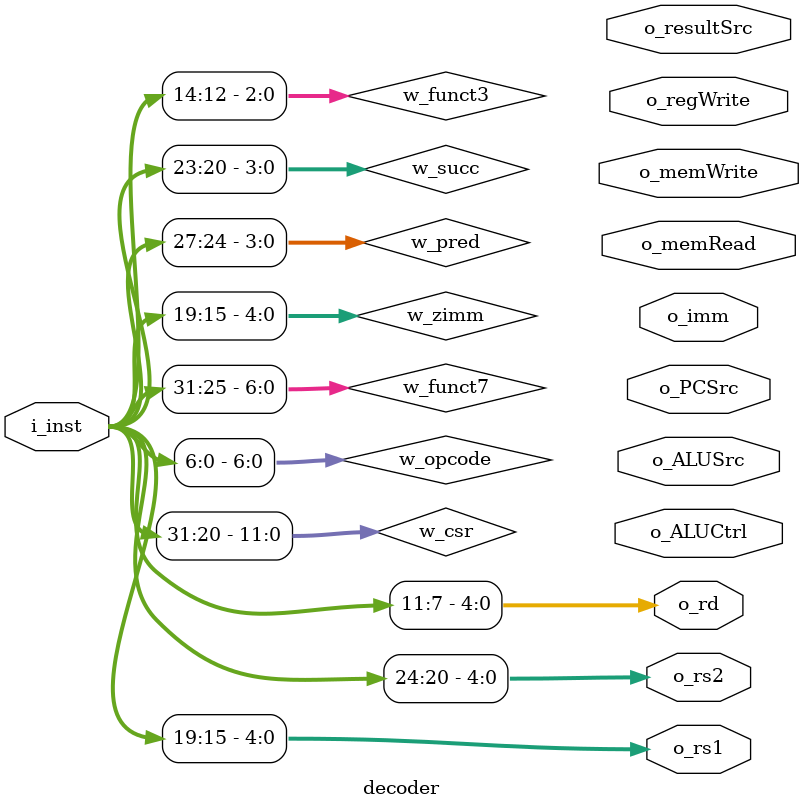
<source format=v>
module decoder(
  input [31:0]  i_inst,

  output [4:0]  o_rs1, o_rs2, o_rd,
  output        o_regWrite,
  output [2:0]  o_ALUCtrl,
  output        o_resultSrc,
  output [1:0]  o_PCSrc,
  output        o_ALUSrc,
  output        o_memRead, o_memWrite,
  output [31:0] o_imm
);

  wire [11:0] w_csr;
  wire [6:0] w_opcode;
  wire [6:0] w_funct7;
  wire [4:0] w_zimm;
  wire [3:0] w_pred, w_succ;
  wire [2:0] w_funct3;

  assign w_opcode = i_inst[6:0];
  assign o_rd = i_inst[11:7];
  assign w_funct3 = i_inst[14:12];
  assign o_rs1 = i_inst[19:15];
  assign w_zimm = i_inst[19:15];
  assign o_rs2 = i_inst[24:20];
  assign w_succ = i_inst[23:20];
  assign w_pred = i_inst[27:24];
  assign w_funct7 = i_inst[31:25];
  assign w_csr = i_inst[31:20];


  function [1:0] PCSrc;
    ;
    
  endfunction

  // function [2:0] ALUCtrl;
  //   ;
    
  // endfunction

endmodule
</source>
